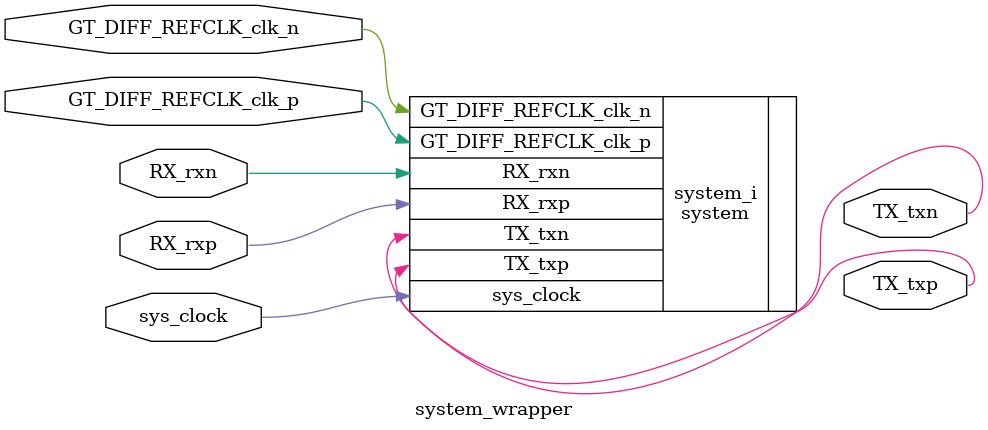
<source format=v>
`timescale 1 ps / 1 ps

module system_wrapper
   (GT_DIFF_REFCLK_clk_n,
    GT_DIFF_REFCLK_clk_p,
    RX_rxn,
    RX_rxp,
    TX_txn,
    TX_txp,
    sys_clock);
  input GT_DIFF_REFCLK_clk_n;
  input GT_DIFF_REFCLK_clk_p;
  input [0:0]RX_rxn;
  input [0:0]RX_rxp;
  output [0:0]TX_txn;
  output [0:0]TX_txp;
  input sys_clock;

  wire GT_DIFF_REFCLK_clk_n;
  wire GT_DIFF_REFCLK_clk_p;
  wire [0:0]RX_rxn;
  wire [0:0]RX_rxp;
  wire [0:0]TX_txn;
  wire [0:0]TX_txp;
  wire sys_clock;

  system system_i
       (.GT_DIFF_REFCLK_clk_n(GT_DIFF_REFCLK_clk_n),
        .GT_DIFF_REFCLK_clk_p(GT_DIFF_REFCLK_clk_p),
        .RX_rxn(RX_rxn),
        .RX_rxp(RX_rxp),
        .TX_txn(TX_txn),
        .TX_txp(TX_txp),
        .sys_clock(sys_clock));
endmodule

</source>
